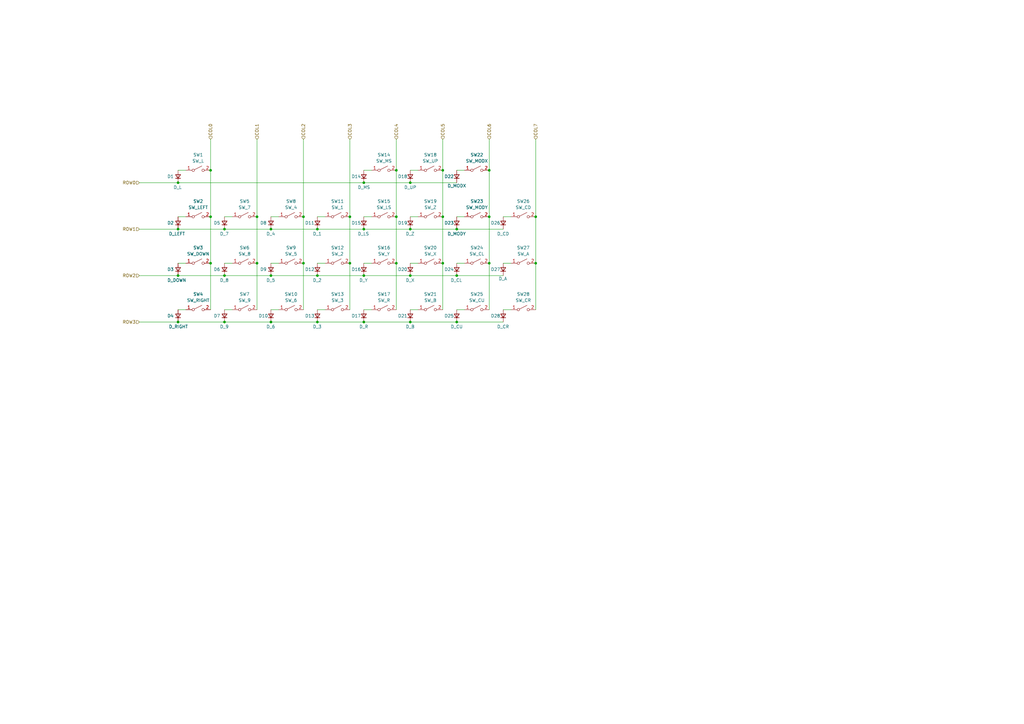
<source format=kicad_sch>
(kicad_sch (version 20211123) (generator eeschema)

  (uuid a41ebf26-b0e1-4536-a390-51f9789a24cd)

  (paper "A3")

  (lib_symbols
    (symbol "Device:D_Small" (pin_numbers hide) (pin_names (offset 0.254) hide) (in_bom yes) (on_board yes)
      (property "Reference" "D" (id 0) (at -1.27 2.032 0)
        (effects (font (size 1.27 1.27)) (justify left))
      )
      (property "Value" "D_Small" (id 1) (at -3.81 -2.032 0)
        (effects (font (size 1.27 1.27)) (justify left))
      )
      (property "Footprint" "" (id 2) (at 0 0 90)
        (effects (font (size 1.27 1.27)) hide)
      )
      (property "Datasheet" "~" (id 3) (at 0 0 90)
        (effects (font (size 1.27 1.27)) hide)
      )
      (property "ki_keywords" "diode" (id 4) (at 0 0 0)
        (effects (font (size 1.27 1.27)) hide)
      )
      (property "ki_description" "Diode, small symbol" (id 5) (at 0 0 0)
        (effects (font (size 1.27 1.27)) hide)
      )
      (property "ki_fp_filters" "TO-???* *_Diode_* *SingleDiode* D_*" (id 6) (at 0 0 0)
        (effects (font (size 1.27 1.27)) hide)
      )
      (symbol "D_Small_0_1"
        (polyline
          (pts
            (xy -0.762 -1.016)
            (xy -0.762 1.016)
          )
          (stroke (width 0.254) (type default) (color 0 0 0 0))
          (fill (type none))
        )
        (polyline
          (pts
            (xy -0.762 0)
            (xy 0.762 0)
          )
          (stroke (width 0) (type default) (color 0 0 0 0))
          (fill (type none))
        )
        (polyline
          (pts
            (xy 0.762 -1.016)
            (xy -0.762 0)
            (xy 0.762 1.016)
            (xy 0.762 -1.016)
          )
          (stroke (width 0.254) (type default) (color 0 0 0 0))
          (fill (type none))
        )
      )
      (symbol "D_Small_1_1"
        (pin passive line (at -2.54 0 0) (length 1.778)
          (name "K" (effects (font (size 1.27 1.27))))
          (number "1" (effects (font (size 1.27 1.27))))
        )
        (pin passive line (at 2.54 0 180) (length 1.778)
          (name "A" (effects (font (size 1.27 1.27))))
          (number "2" (effects (font (size 1.27 1.27))))
        )
      )
    )
    (symbol "Switch:SW_SPST" (pin_names (offset 0) hide) (in_bom yes) (on_board yes)
      (property "Reference" "SW" (id 0) (at 0 3.175 0)
        (effects (font (size 1.27 1.27)))
      )
      (property "Value" "SW_SPST" (id 1) (at 0 -2.54 0)
        (effects (font (size 1.27 1.27)))
      )
      (property "Footprint" "" (id 2) (at 0 0 0)
        (effects (font (size 1.27 1.27)) hide)
      )
      (property "Datasheet" "~" (id 3) (at 0 0 0)
        (effects (font (size 1.27 1.27)) hide)
      )
      (property "ki_keywords" "switch lever" (id 4) (at 0 0 0)
        (effects (font (size 1.27 1.27)) hide)
      )
      (property "ki_description" "Single Pole Single Throw (SPST) switch" (id 5) (at 0 0 0)
        (effects (font (size 1.27 1.27)) hide)
      )
      (symbol "SW_SPST_0_0"
        (circle (center -2.032 0) (radius 0.508)
          (stroke (width 0) (type default) (color 0 0 0 0))
          (fill (type none))
        )
        (polyline
          (pts
            (xy -1.524 0.254)
            (xy 1.524 1.778)
          )
          (stroke (width 0) (type default) (color 0 0 0 0))
          (fill (type none))
        )
        (circle (center 2.032 0) (radius 0.508)
          (stroke (width 0) (type default) (color 0 0 0 0))
          (fill (type none))
        )
      )
      (symbol "SW_SPST_1_1"
        (pin passive line (at -5.08 0 0) (length 2.54)
          (name "A" (effects (font (size 1.27 1.27))))
          (number "1" (effects (font (size 1.27 1.27))))
        )
        (pin passive line (at 5.08 0 180) (length 2.54)
          (name "B" (effects (font (size 1.27 1.27))))
          (number "2" (effects (font (size 1.27 1.27))))
        )
      )
    )
  )

  (junction (at 111.125 113.03) (diameter 0) (color 0 0 0 0)
    (uuid 068ce08a-6a50-486f-b042-a49dd57f78c9)
  )
  (junction (at 149.225 93.98) (diameter 0) (color 0 0 0 0)
    (uuid 0851d9c3-63bc-40ec-a1b9-3cd07cade201)
  )
  (junction (at 130.175 113.03) (diameter 0) (color 0 0 0 0)
    (uuid 1283ffce-d944-410b-8831-3136ff302e0a)
  )
  (junction (at 105.41 88.9) (diameter 0) (color 0 0 0 0)
    (uuid 1b0c91cf-dfd3-4ee6-8431-9d5528221c81)
  )
  (junction (at 168.275 74.93) (diameter 0) (color 0 0 0 0)
    (uuid 1ca5da14-3ad3-4db9-8eb3-dd0652b13980)
  )
  (junction (at 168.275 132.08) (diameter 0) (color 0 0 0 0)
    (uuid 1dc9c6d6-f56f-422e-ab35-846ddc3b09c1)
  )
  (junction (at 187.325 132.08) (diameter 0) (color 0 0 0 0)
    (uuid 1e47651c-ec8a-4466-adf3-ec600df767b3)
  )
  (junction (at 124.46 88.9) (diameter 0) (color 0 0 0 0)
    (uuid 23fb079b-966e-4282-a91c-9ac542ce6145)
  )
  (junction (at 111.125 132.08) (diameter 0) (color 0 0 0 0)
    (uuid 2f2f6a54-6573-4175-89ea-2316c9e05602)
  )
  (junction (at 73.025 113.03) (diameter 0) (color 0 0 0 0)
    (uuid 351d75bd-5460-410c-a7bd-a2c1716e9e43)
  )
  (junction (at 92.075 93.98) (diameter 0) (color 0 0 0 0)
    (uuid 3e23ed65-0348-45ee-8e05-99b2605340bc)
  )
  (junction (at 143.51 88.9) (diameter 0) (color 0 0 0 0)
    (uuid 432b96fb-f06f-4646-9ff4-10820df12e5c)
  )
  (junction (at 162.56 69.85) (diameter 0) (color 0 0 0 0)
    (uuid 47d59747-ba45-4de2-935f-6ebcd514cdf9)
  )
  (junction (at 92.075 132.08) (diameter 0) (color 0 0 0 0)
    (uuid 4ec3864d-8086-4895-ae15-3a70d027e5e0)
  )
  (junction (at 143.51 107.95) (diameter 0) (color 0 0 0 0)
    (uuid 51f7071b-608d-4d95-9ec0-285d4fee5b38)
  )
  (junction (at 73.025 74.93) (diameter 0) (color 0 0 0 0)
    (uuid 52bcdb5d-c179-4367-a03b-655db4f87b83)
  )
  (junction (at 86.36 69.85) (diameter 0) (color 0 0 0 0)
    (uuid 56310fb6-ade0-4ae6-94be-f5f1668ba6c4)
  )
  (junction (at 181.61 107.95) (diameter 0) (color 0 0 0 0)
    (uuid 56f275ff-f064-475f-b14d-86257ab918ef)
  )
  (junction (at 200.66 107.95) (diameter 0) (color 0 0 0 0)
    (uuid 5eefbe79-cc40-44d4-852e-8b904f573fb9)
  )
  (junction (at 219.71 88.9) (diameter 0) (color 0 0 0 0)
    (uuid 61f066d0-0f00-499f-a467-f3d3f4113b05)
  )
  (junction (at 200.66 69.85) (diameter 0) (color 0 0 0 0)
    (uuid 65508f4a-246e-432f-9803-43f1314c3973)
  )
  (junction (at 149.225 113.03) (diameter 0) (color 0 0 0 0)
    (uuid 6a86c7ca-e55d-420c-9ea8-20d4e4fd7482)
  )
  (junction (at 168.275 113.03) (diameter 0) (color 0 0 0 0)
    (uuid 7020e3af-6efd-45ca-8b6e-0b06aa6ce4c7)
  )
  (junction (at 73.025 132.08) (diameter 0) (color 0 0 0 0)
    (uuid 7dca1234-3f49-4d06-b039-e06c8d6992a5)
  )
  (junction (at 124.46 107.95) (diameter 0) (color 0 0 0 0)
    (uuid 81143b89-3de5-482a-baad-86f49b009d1f)
  )
  (junction (at 162.56 88.9) (diameter 0) (color 0 0 0 0)
    (uuid 888ffaa8-b9d6-4f84-93ef-eca1f4f74616)
  )
  (junction (at 219.71 107.95) (diameter 0) (color 0 0 0 0)
    (uuid 8a477364-ce20-4b32-a8ed-3e4765768bf6)
  )
  (junction (at 105.41 107.95) (diameter 0) (color 0 0 0 0)
    (uuid 91015649-19af-48ec-b412-9dfb1f223ccb)
  )
  (junction (at 86.36 88.9) (diameter 0) (color 0 0 0 0)
    (uuid 965aa923-c482-43c7-8b17-c70dc219088e)
  )
  (junction (at 86.36 107.95) (diameter 0) (color 0 0 0 0)
    (uuid 97a60f98-265f-4b49-abc6-72a7cea6a5db)
  )
  (junction (at 187.325 93.98) (diameter 0) (color 0 0 0 0)
    (uuid 9cc2e38d-227e-434f-8c25-0a47b4f79316)
  )
  (junction (at 200.66 88.9) (diameter 0) (color 0 0 0 0)
    (uuid 9dfea1b4-8ad8-42c7-a553-e0a6eeedf57a)
  )
  (junction (at 111.125 93.98) (diameter 0) (color 0 0 0 0)
    (uuid 9e9968c5-6472-4fb4-a1b7-c5937da969c6)
  )
  (junction (at 149.225 74.93) (diameter 0) (color 0 0 0 0)
    (uuid a93e0e6b-4dc1-4788-abe7-f2aab89774d3)
  )
  (junction (at 73.025 93.98) (diameter 0) (color 0 0 0 0)
    (uuid a9eaa3ad-c55b-4c4b-a21b-082ce4ceb20f)
  )
  (junction (at 130.175 93.98) (diameter 0) (color 0 0 0 0)
    (uuid aa84dd11-fabe-4503-915c-96cf20c587e6)
  )
  (junction (at 181.61 69.85) (diameter 0) (color 0 0 0 0)
    (uuid add4766a-e358-45bc-8bde-d8defe5272e6)
  )
  (junction (at 92.075 113.03) (diameter 0) (color 0 0 0 0)
    (uuid bf1142cc-2922-4f7f-ab31-ce287d89f900)
  )
  (junction (at 168.275 93.98) (diameter 0) (color 0 0 0 0)
    (uuid c5582575-1c2e-4665-92fc-81cc205fab4c)
  )
  (junction (at 181.61 88.9) (diameter 0) (color 0 0 0 0)
    (uuid ca999636-3e18-4b1d-8c78-2edb47d7512a)
  )
  (junction (at 187.325 113.03) (diameter 0) (color 0 0 0 0)
    (uuid cca05737-f868-4ec7-a325-c8edc5ecfe6a)
  )
  (junction (at 162.56 107.95) (diameter 0) (color 0 0 0 0)
    (uuid dbb8c12b-a274-4bfc-9938-607418df513a)
  )
  (junction (at 130.175 132.08) (diameter 0) (color 0 0 0 0)
    (uuid ddead784-9772-46bd-9c0f-43c06ef4abdc)
  )
  (junction (at 149.225 132.08) (diameter 0) (color 0 0 0 0)
    (uuid eb4fa33f-b742-452d-97b5-44e81a02dabd)
  )

  (wire (pts (xy 187.325 107.95) (xy 190.5 107.95))
    (stroke (width 0) (type default) (color 0 0 0 0))
    (uuid 03d5f671-8093-40f3-a869-3dcd9880b841)
  )
  (wire (pts (xy 130.175 132.08) (xy 149.225 132.08))
    (stroke (width 0) (type default) (color 0 0 0 0))
    (uuid 068204cb-1735-40a3-8a59-1ac2c067a0b3)
  )
  (wire (pts (xy 149.225 69.85) (xy 152.4 69.85))
    (stroke (width 0) (type default) (color 0 0 0 0))
    (uuid 0799d1d8-f410-45a0-b177-3539018122e7)
  )
  (wire (pts (xy 168.275 88.9) (xy 171.45 88.9))
    (stroke (width 0) (type default) (color 0 0 0 0))
    (uuid 10d32f75-fe84-49fc-ba0a-239b7de95979)
  )
  (wire (pts (xy 143.51 88.9) (xy 143.51 107.95))
    (stroke (width 0) (type default) (color 0 0 0 0))
    (uuid 125250b9-1f15-4033-9aa8-ee28895d6dae)
  )
  (wire (pts (xy 200.66 88.9) (xy 200.66 107.95))
    (stroke (width 0) (type default) (color 0 0 0 0))
    (uuid 13f7d61b-4134-4499-a287-2a3ff143d21d)
  )
  (wire (pts (xy 73.025 88.9) (xy 76.2 88.9))
    (stroke (width 0) (type default) (color 0 0 0 0))
    (uuid 14a27f01-250b-4262-bbd1-a673abb4a163)
  )
  (wire (pts (xy 162.56 69.85) (xy 162.56 88.9))
    (stroke (width 0) (type default) (color 0 0 0 0))
    (uuid 1fb2368a-5f35-4fb4-8218-23f372e45736)
  )
  (wire (pts (xy 149.225 93.98) (xy 168.275 93.98))
    (stroke (width 0) (type default) (color 0 0 0 0))
    (uuid 20da0d54-bedf-4e77-a6df-9440d25dd6fb)
  )
  (wire (pts (xy 73.025 107.95) (xy 76.2 107.95))
    (stroke (width 0) (type default) (color 0 0 0 0))
    (uuid 21e8f3a2-2d90-470b-8e7e-f9c5717d4804)
  )
  (wire (pts (xy 111.125 113.03) (xy 130.175 113.03))
    (stroke (width 0) (type default) (color 0 0 0 0))
    (uuid 22c1ecbd-72c5-4651-8916-958ee47d9dc9)
  )
  (wire (pts (xy 73.025 93.98) (xy 92.075 93.98))
    (stroke (width 0) (type default) (color 0 0 0 0))
    (uuid 23aee8e7-8719-4402-a5ba-e3c9d425370e)
  )
  (wire (pts (xy 149.225 132.08) (xy 168.275 132.08))
    (stroke (width 0) (type default) (color 0 0 0 0))
    (uuid 280cd5c0-cbe0-4f32-a814-ada1b22e3d2e)
  )
  (wire (pts (xy 111.125 93.98) (xy 130.175 93.98))
    (stroke (width 0) (type default) (color 0 0 0 0))
    (uuid 2e03ffc8-bd2e-4e87-acfd-c1843351f1c3)
  )
  (wire (pts (xy 73.025 69.85) (xy 76.2 69.85))
    (stroke (width 0) (type default) (color 0 0 0 0))
    (uuid 31153904-d01c-44f0-805d-2ab10295f3ce)
  )
  (wire (pts (xy 187.325 88.9) (xy 190.5 88.9))
    (stroke (width 0) (type default) (color 0 0 0 0))
    (uuid 320052ca-c230-48c9-9e72-ad3555e086d1)
  )
  (wire (pts (xy 168.275 69.85) (xy 171.45 69.85))
    (stroke (width 0) (type default) (color 0 0 0 0))
    (uuid 3422f912-d091-439e-8dbb-cd4df586fbc4)
  )
  (wire (pts (xy 162.56 107.95) (xy 162.56 127))
    (stroke (width 0) (type default) (color 0 0 0 0))
    (uuid 37e32c47-c740-40a7-b779-c13d962211cc)
  )
  (wire (pts (xy 130.175 93.98) (xy 149.225 93.98))
    (stroke (width 0) (type default) (color 0 0 0 0))
    (uuid 3b0ee8f1-f2cd-42aa-af57-4d3f7f282721)
  )
  (wire (pts (xy 92.075 93.98) (xy 111.125 93.98))
    (stroke (width 0) (type default) (color 0 0 0 0))
    (uuid 41d1a151-c922-4a7d-b09c-3a00770389b5)
  )
  (wire (pts (xy 57.15 74.93) (xy 73.025 74.93))
    (stroke (width 0) (type default) (color 0 0 0 0))
    (uuid 41f14c99-3fe0-4df3-95cf-dff2e16a041c)
  )
  (wire (pts (xy 149.225 113.03) (xy 168.275 113.03))
    (stroke (width 0) (type default) (color 0 0 0 0))
    (uuid 42c31e25-9bab-406d-ab0d-3cebfbb34d0a)
  )
  (wire (pts (xy 124.46 88.9) (xy 124.46 107.95))
    (stroke (width 0) (type default) (color 0 0 0 0))
    (uuid 44327a52-a5d2-4a85-bc3c-edb1af85425c)
  )
  (wire (pts (xy 187.325 93.98) (xy 206.375 93.98))
    (stroke (width 0) (type default) (color 0 0 0 0))
    (uuid 4521f3a3-5427-4b83-b33d-05edbd85672d)
  )
  (wire (pts (xy 130.175 127) (xy 133.35 127))
    (stroke (width 0) (type default) (color 0 0 0 0))
    (uuid 457a9bd4-4fd1-44d0-b593-3a8f57acabec)
  )
  (wire (pts (xy 73.025 127) (xy 76.2 127))
    (stroke (width 0) (type default) (color 0 0 0 0))
    (uuid 47eb6475-1f44-4c41-a0c0-c03e12d470de)
  )
  (wire (pts (xy 92.075 127) (xy 95.25 127))
    (stroke (width 0) (type default) (color 0 0 0 0))
    (uuid 4bd03442-2cbf-4a55-bc0b-f77ac51ae33c)
  )
  (wire (pts (xy 200.66 69.85) (xy 200.66 88.9))
    (stroke (width 0) (type default) (color 0 0 0 0))
    (uuid 5495f90b-8e49-4eb8-9122-23f1ed423c14)
  )
  (wire (pts (xy 168.275 113.03) (xy 187.325 113.03))
    (stroke (width 0) (type default) (color 0 0 0 0))
    (uuid 55527be1-6790-4cb0-bdb6-36ef1ed55849)
  )
  (wire (pts (xy 149.225 107.95) (xy 152.4 107.95))
    (stroke (width 0) (type default) (color 0 0 0 0))
    (uuid 558dfeee-0dbf-4cb8-b47c-66c845d5668c)
  )
  (wire (pts (xy 86.36 107.95) (xy 86.36 127))
    (stroke (width 0) (type default) (color 0 0 0 0))
    (uuid 57d149b7-408a-423b-bddd-926f71b5374c)
  )
  (wire (pts (xy 73.025 74.93) (xy 149.225 74.93))
    (stroke (width 0) (type default) (color 0 0 0 0))
    (uuid 5bc8f96d-7ad6-4c4e-ba1f-27ad932d3dd7)
  )
  (wire (pts (xy 168.275 74.93) (xy 187.325 74.93))
    (stroke (width 0) (type default) (color 0 0 0 0))
    (uuid 5e03414f-64e0-4086-87d2-5d6447d28708)
  )
  (wire (pts (xy 92.075 113.03) (xy 111.125 113.03))
    (stroke (width 0) (type default) (color 0 0 0 0))
    (uuid 6287ef08-dc5c-4506-abbc-11929002b90d)
  )
  (wire (pts (xy 105.41 88.9) (xy 105.41 107.95))
    (stroke (width 0) (type default) (color 0 0 0 0))
    (uuid 634cb484-6bee-4ed0-83e9-139753de92f8)
  )
  (wire (pts (xy 219.71 107.95) (xy 219.71 127))
    (stroke (width 0) (type default) (color 0 0 0 0))
    (uuid 650b65a4-f54b-4505-8e74-2292bb5ef791)
  )
  (wire (pts (xy 86.36 88.9) (xy 86.36 107.95))
    (stroke (width 0) (type default) (color 0 0 0 0))
    (uuid 66a867bf-6271-406f-b174-abd259a7f4fe)
  )
  (wire (pts (xy 86.36 57.15) (xy 86.36 69.85))
    (stroke (width 0) (type default) (color 0 0 0 0))
    (uuid 67dfd86b-9f30-497f-9c4b-e342dbb2852a)
  )
  (wire (pts (xy 92.075 107.95) (xy 95.25 107.95))
    (stroke (width 0) (type default) (color 0 0 0 0))
    (uuid 70e51b4e-0a2d-4909-a431-1434a6f2e8b1)
  )
  (wire (pts (xy 219.71 57.15) (xy 219.71 88.9))
    (stroke (width 0) (type default) (color 0 0 0 0))
    (uuid 7a7ec61b-38d2-49e5-8861-58edc60475de)
  )
  (wire (pts (xy 73.025 132.08) (xy 92.075 132.08))
    (stroke (width 0) (type default) (color 0 0 0 0))
    (uuid 8292c90a-04d8-4348-9aa8-413272ff2584)
  )
  (wire (pts (xy 181.61 69.85) (xy 181.61 88.9))
    (stroke (width 0) (type default) (color 0 0 0 0))
    (uuid 83a18d70-7df7-4229-a5a2-fc376b78248b)
  )
  (wire (pts (xy 149.225 88.9) (xy 152.4 88.9))
    (stroke (width 0) (type default) (color 0 0 0 0))
    (uuid 888b13bc-9edf-4a0d-a7c7-ec599056745e)
  )
  (wire (pts (xy 73.025 113.03) (xy 92.075 113.03))
    (stroke (width 0) (type default) (color 0 0 0 0))
    (uuid 89687060-356a-470f-9725-1bfaeb3135b2)
  )
  (wire (pts (xy 105.41 107.95) (xy 105.41 127))
    (stroke (width 0) (type default) (color 0 0 0 0))
    (uuid 8a8c7633-c8cd-4f97-a86b-a843b4f9ba95)
  )
  (wire (pts (xy 57.15 93.98) (xy 73.025 93.98))
    (stroke (width 0) (type default) (color 0 0 0 0))
    (uuid 8f5a6186-ad76-4d82-9ab0-b4d8f0301960)
  )
  (wire (pts (xy 130.175 107.95) (xy 133.35 107.95))
    (stroke (width 0) (type default) (color 0 0 0 0))
    (uuid 8f9bbefe-0cb6-461c-8861-a1560c1c811c)
  )
  (wire (pts (xy 57.15 113.03) (xy 73.025 113.03))
    (stroke (width 0) (type default) (color 0 0 0 0))
    (uuid 98974115-2edd-4275-ad8e-4b1c06d7ef3e)
  )
  (wire (pts (xy 57.15 132.08) (xy 73.025 132.08))
    (stroke (width 0) (type default) (color 0 0 0 0))
    (uuid 9a75402e-9ad7-42e9-b0a6-abcf8d8458b0)
  )
  (wire (pts (xy 187.325 113.03) (xy 206.375 113.03))
    (stroke (width 0) (type default) (color 0 0 0 0))
    (uuid 9e2d747d-fdfc-4f15-94d3-2bc66efe781c)
  )
  (wire (pts (xy 168.275 127) (xy 171.45 127))
    (stroke (width 0) (type default) (color 0 0 0 0))
    (uuid 9e9a9be1-af83-491d-876e-e2b50a918067)
  )
  (wire (pts (xy 168.275 132.08) (xy 187.325 132.08))
    (stroke (width 0) (type default) (color 0 0 0 0))
    (uuid a10d7b45-dc34-4a86-a777-49abc8af7125)
  )
  (wire (pts (xy 187.325 69.85) (xy 190.5 69.85))
    (stroke (width 0) (type default) (color 0 0 0 0))
    (uuid a14d0b51-077d-4937-adc6-c21a04d344be)
  )
  (wire (pts (xy 124.46 107.95) (xy 124.46 127))
    (stroke (width 0) (type default) (color 0 0 0 0))
    (uuid a2348d4e-a66c-401a-a8ec-57d221537e40)
  )
  (wire (pts (xy 219.71 88.9) (xy 219.71 107.95))
    (stroke (width 0) (type default) (color 0 0 0 0))
    (uuid a3038252-85ac-445a-aa0a-ce43180c8c18)
  )
  (wire (pts (xy 181.61 88.9) (xy 181.61 107.95))
    (stroke (width 0) (type default) (color 0 0 0 0))
    (uuid a9dd572b-89e5-47de-907f-d5c96393469f)
  )
  (wire (pts (xy 92.075 88.9) (xy 95.25 88.9))
    (stroke (width 0) (type default) (color 0 0 0 0))
    (uuid ac6acece-b6da-454b-98d3-4ccf8045bc03)
  )
  (wire (pts (xy 162.56 88.9) (xy 162.56 107.95))
    (stroke (width 0) (type default) (color 0 0 0 0))
    (uuid aca6306e-ed28-4b3b-8782-ffe0ae83b348)
  )
  (wire (pts (xy 206.375 88.9) (xy 209.55 88.9))
    (stroke (width 0) (type default) (color 0 0 0 0))
    (uuid ace8c507-5ba1-434b-91c1-7800c4eed9c6)
  )
  (wire (pts (xy 206.375 107.95) (xy 209.55 107.95))
    (stroke (width 0) (type default) (color 0 0 0 0))
    (uuid b87315ba-d855-498f-9b75-4280e7583a44)
  )
  (wire (pts (xy 130.175 88.9) (xy 133.35 88.9))
    (stroke (width 0) (type default) (color 0 0 0 0))
    (uuid c0de3d61-c6cf-43b7-a320-3944a0b6468e)
  )
  (wire (pts (xy 187.325 132.08) (xy 206.375 132.08))
    (stroke (width 0) (type default) (color 0 0 0 0))
    (uuid c6c2f06a-c974-46ca-bfb3-6e4c72a182b9)
  )
  (wire (pts (xy 130.175 113.03) (xy 149.225 113.03))
    (stroke (width 0) (type default) (color 0 0 0 0))
    (uuid c6da912e-f1a4-4922-b24c-2cc294916681)
  )
  (wire (pts (xy 111.125 107.95) (xy 114.3 107.95))
    (stroke (width 0) (type default) (color 0 0 0 0))
    (uuid c74b65fd-9054-42ea-8cd3-61d908548228)
  )
  (wire (pts (xy 168.275 107.95) (xy 171.45 107.95))
    (stroke (width 0) (type default) (color 0 0 0 0))
    (uuid d16c3081-325a-48a0-8158-2bbbe739b77b)
  )
  (wire (pts (xy 143.51 107.95) (xy 143.51 127))
    (stroke (width 0) (type default) (color 0 0 0 0))
    (uuid d46379f5-08a7-4848-af3f-8bc85e7fb9c7)
  )
  (wire (pts (xy 111.125 127) (xy 114.3 127))
    (stroke (width 0) (type default) (color 0 0 0 0))
    (uuid d79a6e52-8536-4bf8-9453-9b44310cacce)
  )
  (wire (pts (xy 105.41 57.15) (xy 105.41 88.9))
    (stroke (width 0) (type default) (color 0 0 0 0))
    (uuid d97f022a-50bc-4a9d-be80-bf6243dd6854)
  )
  (wire (pts (xy 200.66 107.95) (xy 200.66 127))
    (stroke (width 0) (type default) (color 0 0 0 0))
    (uuid d9a47a3d-4d9a-425c-bd8e-2db435a4294e)
  )
  (wire (pts (xy 149.225 127) (xy 152.4 127))
    (stroke (width 0) (type default) (color 0 0 0 0))
    (uuid e2ef69b9-8018-4847-9995-711c7731599e)
  )
  (wire (pts (xy 92.075 132.08) (xy 111.125 132.08))
    (stroke (width 0) (type default) (color 0 0 0 0))
    (uuid e68a417a-0c55-4ab7-b31a-3facf30e872d)
  )
  (wire (pts (xy 111.125 88.9) (xy 114.3 88.9))
    (stroke (width 0) (type default) (color 0 0 0 0))
    (uuid e99de90b-9829-4506-9269-5783c17c97f3)
  )
  (wire (pts (xy 181.61 107.95) (xy 181.61 127))
    (stroke (width 0) (type default) (color 0 0 0 0))
    (uuid e9a07c89-8c71-4ef8-8651-417a57ba97f8)
  )
  (wire (pts (xy 206.375 127) (xy 209.55 127))
    (stroke (width 0) (type default) (color 0 0 0 0))
    (uuid e9ba27de-4cc5-4338-a784-a459e5598796)
  )
  (wire (pts (xy 187.325 127) (xy 190.5 127))
    (stroke (width 0) (type default) (color 0 0 0 0))
    (uuid eb497d2e-1c75-431f-aa4a-cdd9685b69a1)
  )
  (wire (pts (xy 162.56 57.15) (xy 162.56 69.85))
    (stroke (width 0) (type default) (color 0 0 0 0))
    (uuid ec62ce0c-4d1f-49ff-8082-87d46f6e5b86)
  )
  (wire (pts (xy 111.125 132.08) (xy 130.175 132.08))
    (stroke (width 0) (type default) (color 0 0 0 0))
    (uuid ef521c17-1117-44dd-a05f-14cfdeb9d886)
  )
  (wire (pts (xy 143.51 57.15) (xy 143.51 88.9))
    (stroke (width 0) (type default) (color 0 0 0 0))
    (uuid f2b09937-6ddd-4a2a-a08f-320a92e36334)
  )
  (wire (pts (xy 181.61 57.15) (xy 181.61 69.85))
    (stroke (width 0) (type default) (color 0 0 0 0))
    (uuid f60349bf-f4cd-4d86-ac9b-43b2e20d252a)
  )
  (wire (pts (xy 124.46 57.15) (xy 124.46 88.9))
    (stroke (width 0) (type default) (color 0 0 0 0))
    (uuid f82ca4d5-a75e-46d9-b091-d9bbd7a01624)
  )
  (wire (pts (xy 200.66 57.15) (xy 200.66 69.85))
    (stroke (width 0) (type default) (color 0 0 0 0))
    (uuid f84a3cbb-aae9-4558-8a96-05399cedc5dc)
  )
  (wire (pts (xy 86.36 69.85) (xy 86.36 88.9))
    (stroke (width 0) (type default) (color 0 0 0 0))
    (uuid f8679bd3-a487-4e73-9789-ce1e453cf86b)
  )
  (wire (pts (xy 168.275 93.98) (xy 187.325 93.98))
    (stroke (width 0) (type default) (color 0 0 0 0))
    (uuid fa538a50-7def-43db-9830-e3fc8165b8b4)
  )
  (wire (pts (xy 149.225 74.93) (xy 168.275 74.93))
    (stroke (width 0) (type default) (color 0 0 0 0))
    (uuid fad149c9-0502-40d8-973f-7987ffe64a1e)
  )

  (hierarchical_label "ROW3" (shape input) (at 57.15 132.08 180)
    (effects (font (size 1.27 1.27)) (justify right))
    (uuid 0cf786c5-791b-4a29-a88f-1577d6cb4319)
  )
  (hierarchical_label "COL7" (shape input) (at 219.71 57.15 90)
    (effects (font (size 1.27 1.27)) (justify left))
    (uuid 342b9425-7dfa-4f78-81c6-2f11b2ea95b9)
  )
  (hierarchical_label "COL1" (shape input) (at 105.41 57.15 90)
    (effects (font (size 1.27 1.27)) (justify left))
    (uuid 43b0c5f9-d255-42d0-9ece-5dfe5ca8bc68)
  )
  (hierarchical_label "COL2" (shape input) (at 124.46 57.15 90)
    (effects (font (size 1.27 1.27)) (justify left))
    (uuid 5a0da5ff-a11f-4d23-b6a9-4f8ce3fe2d3b)
  )
  (hierarchical_label "ROW2" (shape input) (at 57.15 113.03 180)
    (effects (font (size 1.27 1.27)) (justify right))
    (uuid 70f46098-18a3-4643-a49e-f8fa689d8506)
  )
  (hierarchical_label "COL4" (shape input) (at 162.56 57.15 90)
    (effects (font (size 1.27 1.27)) (justify left))
    (uuid 93b1306f-40bf-4f5d-a924-b2f8caf4b70a)
  )
  (hierarchical_label "COL3" (shape input) (at 143.51 57.15 90)
    (effects (font (size 1.27 1.27)) (justify left))
    (uuid 95088d30-4eb3-4d54-a341-08c658410cd4)
  )
  (hierarchical_label "COL0" (shape input) (at 86.36 57.15 90)
    (effects (font (size 1.27 1.27)) (justify left))
    (uuid ac73dc6b-3f1d-4032-a915-c1bd18ea372a)
  )
  (hierarchical_label "COL5" (shape input) (at 181.61 57.15 90)
    (effects (font (size 1.27 1.27)) (justify left))
    (uuid d14fdeb9-f464-4315-b125-17c99bea5f6d)
  )
  (hierarchical_label "COL6" (shape input) (at 200.66 57.15 90)
    (effects (font (size 1.27 1.27)) (justify left))
    (uuid d24d8a54-97a4-4a85-8291-9f4be2fd8b01)
  )
  (hierarchical_label "ROW1" (shape input) (at 57.15 93.98 180)
    (effects (font (size 1.27 1.27)) (justify right))
    (uuid e0ecc03e-9d45-4581-a094-5b292ad0d400)
  )
  (hierarchical_label "ROW0" (shape input) (at 57.15 74.93 180)
    (effects (font (size 1.27 1.27)) (justify right))
    (uuid f6a35eec-3d5d-4e79-b4c1-37fc4a92400a)
  )

  (symbol (lib_id "Device:D_Small") (at 206.375 110.49 90) (unit 1)
    (in_bom yes) (on_board yes)
    (uuid 03fe66d9-51ae-4597-b099-acf173347f4b)
    (property "Reference" "D27" (id 0) (at 201.295 110.49 90)
      (effects (font (size 1.27 1.27)) (justify right))
    )
    (property "Value" "D_A" (id 1) (at 204.47 114.3 90)
      (effects (font (size 1.27 1.27)) (justify right))
    )
    (property "Footprint" "Diode_SMD:D_SOD-123" (id 2) (at 206.375 110.49 90)
      (effects (font (size 1.27 1.27)) hide)
    )
    (property "Datasheet" "~" (id 3) (at 206.375 110.49 90)
      (effects (font (size 1.27 1.27)) hide)
    )
    (pin "1" (uuid dfdb84d9-6817-4b81-a7c2-223bfd073a2c))
    (pin "2" (uuid 992fcbad-dd49-4258-a573-65efdf68190f))
  )

  (symbol (lib_id "Device:D_Small") (at 111.125 110.49 90) (unit 1)
    (in_bom yes) (on_board yes)
    (uuid 04e5ebc6-181e-4a48-8b42-b2e9d8dd0f41)
    (property "Reference" "D9" (id 0) (at 106.68 110.49 90)
      (effects (font (size 1.27 1.27)) (justify right))
    )
    (property "Value" "D_5" (id 1) (at 109.22 114.935 90)
      (effects (font (size 1.27 1.27)) (justify right))
    )
    (property "Footprint" "Diode_SMD:D_SOD-123" (id 2) (at 111.125 110.49 90)
      (effects (font (size 1.27 1.27)) hide)
    )
    (property "Datasheet" "~" (id 3) (at 111.125 110.49 90)
      (effects (font (size 1.27 1.27)) hide)
    )
    (pin "1" (uuid 670bcb92-4dd5-49c7-aaac-5c60cac2ffbe))
    (pin "2" (uuid 322a7b9e-fdc5-4ae6-916b-127d4a0c8714))
  )

  (symbol (lib_id "Device:D_Small") (at 149.225 110.49 90) (unit 1)
    (in_bom yes) (on_board yes)
    (uuid 058aa0ae-b8c0-468d-a832-68b96da68ef6)
    (property "Reference" "D16" (id 0) (at 144.145 110.49 90)
      (effects (font (size 1.27 1.27)) (justify right))
    )
    (property "Value" "D_Y" (id 1) (at 147.32 114.935 90)
      (effects (font (size 1.27 1.27)) (justify right))
    )
    (property "Footprint" "Diode_SMD:D_SOD-123" (id 2) (at 149.225 110.49 90)
      (effects (font (size 1.27 1.27)) hide)
    )
    (property "Datasheet" "~" (id 3) (at 149.225 110.49 90)
      (effects (font (size 1.27 1.27)) hide)
    )
    (pin "1" (uuid a97d7d18-f9d4-40d3-8b36-30b146a72d97))
    (pin "2" (uuid 9fccfc23-f7a0-4746-b593-091744d04a62))
  )

  (symbol (lib_id "Device:D_Small") (at 149.225 129.54 90) (unit 1)
    (in_bom yes) (on_board yes)
    (uuid 063df7a4-a8fc-4833-aac6-cde3e722b3b9)
    (property "Reference" "D17" (id 0) (at 144.145 129.54 90)
      (effects (font (size 1.27 1.27)) (justify right))
    )
    (property "Value" "D_R" (id 1) (at 147.32 133.985 90)
      (effects (font (size 1.27 1.27)) (justify right))
    )
    (property "Footprint" "Diode_SMD:D_SOD-123" (id 2) (at 149.225 129.54 90)
      (effects (font (size 1.27 1.27)) hide)
    )
    (property "Datasheet" "~" (id 3) (at 149.225 129.54 90)
      (effects (font (size 1.27 1.27)) hide)
    )
    (pin "1" (uuid f7d99b10-e4fa-4c89-9ce2-32c7cf8c97a5))
    (pin "2" (uuid f5dda8dc-9d6e-4a95-8164-b189085cd9d6))
  )

  (symbol (lib_id "Switch:SW_SPST") (at 81.28 69.85 0) (unit 1)
    (in_bom yes) (on_board yes)
    (uuid 068ca0eb-bdf0-4811-b2aa-432abf0ec51d)
    (property "Reference" "SW1" (id 0) (at 81.28 63.5 0))
    (property "Value" "SW_L" (id 1) (at 81.28 66.04 0))
    (property "Footprint" "Switch_Keyboard_Hotswap_Kailh:SW_Hotswap_Kailh_MX_plated_1.00u" (id 2) (at 81.28 69.85 0)
      (effects (font (size 1.27 1.27)) hide)
    )
    (property "Datasheet" "~" (id 3) (at 81.28 69.85 0)
      (effects (font (size 1.27 1.27)) hide)
    )
    (pin "1" (uuid a928493b-3e3d-4789-a0d8-0639361212ae))
    (pin "2" (uuid d75cb2a3-f04d-459e-8706-79964b8f8bfd))
  )

  (symbol (lib_id "Device:D_Small") (at 130.175 110.49 90) (unit 1)
    (in_bom yes) (on_board yes)
    (uuid 0becc5ae-96d7-46a7-b5bc-1b3ecd3bb9e0)
    (property "Reference" "D12" (id 0) (at 125.095 110.49 90)
      (effects (font (size 1.27 1.27)) (justify right))
    )
    (property "Value" "D_2" (id 1) (at 128.27 114.935 90)
      (effects (font (size 1.27 1.27)) (justify right))
    )
    (property "Footprint" "Diode_SMD:D_SOD-123" (id 2) (at 130.175 110.49 90)
      (effects (font (size 1.27 1.27)) hide)
    )
    (property "Datasheet" "~" (id 3) (at 130.175 110.49 90)
      (effects (font (size 1.27 1.27)) hide)
    )
    (pin "1" (uuid 6702f632-9666-490a-9cbe-685ef09bf86b))
    (pin "2" (uuid 317af1c5-cec0-416f-91c8-465991e6dff4))
  )

  (symbol (lib_id "Switch:SW_SPST") (at 214.63 88.9 0) (unit 1)
    (in_bom yes) (on_board yes) (fields_autoplaced)
    (uuid 1cd87608-3d2d-4def-90ef-c41293e0ca4b)
    (property "Reference" "SW26" (id 0) (at 214.63 82.55 0))
    (property "Value" "SW_CD" (id 1) (at 214.63 85.09 0))
    (property "Footprint" "Switch_Keyboard_Hotswap_Kailh:SW_Hotswap_Kailh_MX_plated_1.00u" (id 2) (at 214.63 88.9 0)
      (effects (font (size 1.27 1.27)) hide)
    )
    (property "Datasheet" "~" (id 3) (at 214.63 88.9 0)
      (effects (font (size 1.27 1.27)) hide)
    )
    (pin "1" (uuid d9617dfc-2c40-46e0-854f-749284af3c97))
    (pin "2" (uuid ca720c3d-d921-4528-be03-2ed2a705e452))
  )

  (symbol (lib_id "Device:D_Small") (at 73.025 72.39 90) (unit 1)
    (in_bom yes) (on_board yes)
    (uuid 1ea6020b-2487-4819-9c2e-21650f18be14)
    (property "Reference" "D1" (id 0) (at 68.58 72.39 90)
      (effects (font (size 1.27 1.27)) (justify right))
    )
    (property "Value" "D_L" (id 1) (at 71.12 76.835 90)
      (effects (font (size 1.27 1.27)) (justify right))
    )
    (property "Footprint" "Diode_SMD:D_SOD-123" (id 2) (at 73.025 72.39 90)
      (effects (font (size 1.27 1.27)) hide)
    )
    (property "Datasheet" "~" (id 3) (at 73.025 72.39 90)
      (effects (font (size 1.27 1.27)) hide)
    )
    (pin "1" (uuid 19493d9a-7a0e-48b0-8fd6-68beefee3537))
    (pin "2" (uuid f53701e7-64c1-4912-8ef5-92e12c89a5dc))
  )

  (symbol (lib_id "Switch:SW_SPST") (at 157.48 69.85 0) (unit 1)
    (in_bom yes) (on_board yes) (fields_autoplaced)
    (uuid 2357fd89-1ce5-4019-ad83-802bc6d89820)
    (property "Reference" "SW14" (id 0) (at 157.48 63.5 0))
    (property "Value" "SW_MS" (id 1) (at 157.48 66.04 0))
    (property "Footprint" "Switch_Keyboard_Hotswap_Kailh:SW_Hotswap_Kailh_MX_plated_1.00u" (id 2) (at 157.48 69.85 0)
      (effects (font (size 1.27 1.27)) hide)
    )
    (property "Datasheet" "~" (id 3) (at 157.48 69.85 0)
      (effects (font (size 1.27 1.27)) hide)
    )
    (pin "1" (uuid 7a132072-18d9-428e-b4fb-a977cd1c6cd4))
    (pin "2" (uuid 92ba12e4-9e8b-4236-a106-d7fa277190d6))
  )

  (symbol (lib_id "Switch:SW_SPST") (at 195.58 107.95 0) (unit 1)
    (in_bom yes) (on_board yes) (fields_autoplaced)
    (uuid 24763c3c-63ff-4066-9864-e20af03b717c)
    (property "Reference" "SW24" (id 0) (at 195.58 101.6 0))
    (property "Value" "SW_CL" (id 1) (at 195.58 104.14 0))
    (property "Footprint" "Switch_Keyboard_Hotswap_Kailh:SW_Hotswap_Kailh_MX_plated_1.00u" (id 2) (at 195.58 107.95 0)
      (effects (font (size 1.27 1.27)) hide)
    )
    (property "Datasheet" "~" (id 3) (at 195.58 107.95 0)
      (effects (font (size 1.27 1.27)) hide)
    )
    (pin "1" (uuid ef689e25-2e14-4c10-a453-0a0397ca8c0c))
    (pin "2" (uuid d7f1d3a8-6eac-4d35-8d48-02934ac67e56))
  )

  (symbol (lib_id "Device:D_Small") (at 168.275 72.39 90) (unit 1)
    (in_bom yes) (on_board yes)
    (uuid 2d031280-c691-46bd-b951-6270a9d00f8b)
    (property "Reference" "D18" (id 0) (at 163.195 72.39 90)
      (effects (font (size 1.27 1.27)) (justify right))
    )
    (property "Value" "D_UP" (id 1) (at 165.735 76.835 90)
      (effects (font (size 1.27 1.27)) (justify right))
    )
    (property "Footprint" "Diode_SMD:D_SOD-123" (id 2) (at 168.275 72.39 90)
      (effects (font (size 1.27 1.27)) hide)
    )
    (property "Datasheet" "~" (id 3) (at 168.275 72.39 90)
      (effects (font (size 1.27 1.27)) hide)
    )
    (pin "1" (uuid e97a6035-5d29-48e7-a224-f64d31d30325))
    (pin "2" (uuid a9bbde78-6e47-416c-8579-c075f5c0b0af))
  )

  (symbol (lib_id "Switch:SW_SPST") (at 81.28 88.9 0) (unit 1)
    (in_bom yes) (on_board yes) (fields_autoplaced)
    (uuid 49024294-6c67-4872-abcc-b9ffd15e0e52)
    (property "Reference" "SW2" (id 0) (at 81.28 82.55 0))
    (property "Value" "SW_LEFT" (id 1) (at 81.28 85.09 0))
    (property "Footprint" "Switch_Keyboard_Hotswap_Kailh:SW_Hotswap_Kailh_MX_plated_1.00u" (id 2) (at 81.28 88.9 0)
      (effects (font (size 1.27 1.27)) hide)
    )
    (property "Datasheet" "~" (id 3) (at 81.28 88.9 0)
      (effects (font (size 1.27 1.27)) hide)
    )
    (pin "1" (uuid fc3c7f19-b001-4dd4-a168-202ac826e48e))
    (pin "2" (uuid cca07a5b-5082-4a18-8152-e1cedc7be66f))
  )

  (symbol (lib_id "Switch:SW_SPST") (at 214.63 107.95 0) (unit 1)
    (in_bom yes) (on_board yes) (fields_autoplaced)
    (uuid 4c968cbb-4335-4edb-a1db-93ee144ea818)
    (property "Reference" "SW27" (id 0) (at 214.63 101.6 0))
    (property "Value" "SW_A" (id 1) (at 214.63 104.14 0))
    (property "Footprint" "Switch_Keyboard_Hotswap_Kailh:SW_Hotswap_Kailh_MX_plated_1.00u" (id 2) (at 214.63 107.95 0)
      (effects (font (size 1.27 1.27)) hide)
    )
    (property "Datasheet" "~" (id 3) (at 214.63 107.95 0)
      (effects (font (size 1.27 1.27)) hide)
    )
    (pin "1" (uuid a74ccd74-1653-4032-9edb-1ef9dfa65e8f))
    (pin "2" (uuid e76c9795-f5da-4494-998d-1f75b3d84943))
  )

  (symbol (lib_id "Switch:SW_SPST") (at 138.43 107.95 0) (unit 1)
    (in_bom yes) (on_board yes) (fields_autoplaced)
    (uuid 4cb5224b-2ac2-4f89-8c1f-b508cd389daa)
    (property "Reference" "SW12" (id 0) (at 138.43 101.6 0))
    (property "Value" "SW_2" (id 1) (at 138.43 104.14 0))
    (property "Footprint" "Switch_Keyboard_Hotswap_Kailh:SW_Hotswap_Kailh_MX_plated_1.00u" (id 2) (at 138.43 107.95 0)
      (effects (font (size 1.27 1.27)) hide)
    )
    (property "Datasheet" "~" (id 3) (at 138.43 107.95 0)
      (effects (font (size 1.27 1.27)) hide)
    )
    (pin "1" (uuid 2a3a265d-4b1c-4c49-a606-1452d1694ce4))
    (pin "2" (uuid eb86f123-756e-4dab-9b93-3d399cf28442))
  )

  (symbol (lib_id "Device:D_Small") (at 187.325 110.49 90) (unit 1)
    (in_bom yes) (on_board yes)
    (uuid 5037f3aa-bd62-464c-b455-91f46e61f6bc)
    (property "Reference" "D24" (id 0) (at 182.245 110.49 90)
      (effects (font (size 1.27 1.27)) (justify right))
    )
    (property "Value" "D_CL" (id 1) (at 184.785 114.935 90)
      (effects (font (size 1.27 1.27)) (justify right))
    )
    (property "Footprint" "Diode_SMD:D_SOD-123" (id 2) (at 187.325 110.49 90)
      (effects (font (size 1.27 1.27)) hide)
    )
    (property "Datasheet" "~" (id 3) (at 187.325 110.49 90)
      (effects (font (size 1.27 1.27)) hide)
    )
    (pin "1" (uuid e6de0e97-46c7-42d1-b715-23927e270395))
    (pin "2" (uuid ca56832a-7772-4e1f-a2bb-a2b3a29c872a))
  )

  (symbol (lib_id "Switch:SW_SPST") (at 195.58 69.85 0) (unit 1)
    (in_bom yes) (on_board yes) (fields_autoplaced)
    (uuid 50a20e20-0f07-4137-897b-cf65fe9ca66f)
    (property "Reference" "SW22" (id 0) (at 195.58 63.5 0))
    (property "Value" "SW_MODX" (id 1) (at 195.58 66.04 0))
    (property "Footprint" "Switch_Keyboard_Hotswap_Kailh:SW_Hotswap_Kailh_MX_plated_1.00u" (id 2) (at 195.58 69.85 0)
      (effects (font (size 1.27 1.27)) hide)
    )
    (property "Datasheet" "~" (id 3) (at 195.58 69.85 0)
      (effects (font (size 1.27 1.27)) hide)
    )
    (pin "1" (uuid 2a455679-4a73-43d3-aceb-f813e1590d56))
    (pin "2" (uuid c4d0647b-a1db-4796-8ccc-460cd9c835eb))
  )

  (symbol (lib_id "Switch:SW_SPST") (at 157.48 127 0) (unit 1)
    (in_bom yes) (on_board yes) (fields_autoplaced)
    (uuid 5337b3cd-5a7f-42ab-89b0-b73e7103ef9c)
    (property "Reference" "SW17" (id 0) (at 157.48 120.65 0))
    (property "Value" "SW_R" (id 1) (at 157.48 123.19 0))
    (property "Footprint" "Switch_Keyboard_Hotswap_Kailh:SW_Hotswap_Kailh_MX_plated_1.00u" (id 2) (at 157.48 127 0)
      (effects (font (size 1.27 1.27)) hide)
    )
    (property "Datasheet" "~" (id 3) (at 157.48 127 0)
      (effects (font (size 1.27 1.27)) hide)
    )
    (pin "1" (uuid eb25b03b-b4bf-4414-ab68-47fad0491c7b))
    (pin "2" (uuid 8615488c-27a1-443f-ad35-35b834649ac4))
  )

  (symbol (lib_id "Switch:SW_SPST") (at 119.38 88.9 0) (unit 1)
    (in_bom yes) (on_board yes) (fields_autoplaced)
    (uuid 5fba644a-79e2-498b-96e7-ed625496bd55)
    (property "Reference" "SW8" (id 0) (at 119.38 82.55 0))
    (property "Value" "SW_4" (id 1) (at 119.38 85.09 0))
    (property "Footprint" "Switch_Keyboard_Hotswap_Kailh:SW_Hotswap_Kailh_MX_plated_1.00u" (id 2) (at 119.38 88.9 0)
      (effects (font (size 1.27 1.27)) hide)
    )
    (property "Datasheet" "~" (id 3) (at 119.38 88.9 0)
      (effects (font (size 1.27 1.27)) hide)
    )
    (pin "1" (uuid 7400f040-6849-43c2-aa65-ab1d24515e03))
    (pin "2" (uuid 92bb404e-59c5-4592-be3c-518eae28664b))
  )

  (symbol (lib_id "Switch:SW_SPST") (at 157.48 88.9 0) (unit 1)
    (in_bom yes) (on_board yes) (fields_autoplaced)
    (uuid 6359b9ae-4351-43a9-8145-85f665150ade)
    (property "Reference" "SW15" (id 0) (at 157.48 82.55 0))
    (property "Value" "SW_LS" (id 1) (at 157.48 85.09 0))
    (property "Footprint" "Switch_Keyboard_Hotswap_Kailh:SW_Hotswap_Kailh_MX_plated_1.00u" (id 2) (at 157.48 88.9 0)
      (effects (font (size 1.27 1.27)) hide)
    )
    (property "Datasheet" "~" (id 3) (at 157.48 88.9 0)
      (effects (font (size 1.27 1.27)) hide)
    )
    (pin "1" (uuid 366f9775-7ade-4a3b-a7be-5ccf6fea4578))
    (pin "2" (uuid 3bd688ba-2d82-4819-b55e-4724f1410057))
  )

  (symbol (lib_id "Device:D_Small") (at 73.025 110.49 90) (unit 1)
    (in_bom yes) (on_board yes)
    (uuid 63c63318-5447-46d4-921f-dece635a6933)
    (property "Reference" "D3" (id 0) (at 68.58 110.49 90)
      (effects (font (size 1.27 1.27)) (justify right))
    )
    (property "Value" "D_DOWN" (id 1) (at 68.58 114.935 90)
      (effects (font (size 1.27 1.27)) (justify right))
    )
    (property "Footprint" "Diode_SMD:D_SOD-123" (id 2) (at 73.025 110.49 90)
      (effects (font (size 1.27 1.27)) hide)
    )
    (property "Datasheet" "~" (id 3) (at 73.025 110.49 90)
      (effects (font (size 1.27 1.27)) hide)
    )
    (pin "1" (uuid 7ba9caee-3a19-495d-acfb-b699fa1b8454))
    (pin "2" (uuid 6cfec771-7264-48bd-aae3-4106c464dc11))
  )

  (symbol (lib_id "Device:D_Small") (at 73.025 91.44 90) (unit 1)
    (in_bom yes) (on_board yes)
    (uuid 6a92d727-9a2c-47c8-a726-2d6e1b62f5f8)
    (property "Reference" "D2" (id 0) (at 68.58 91.44 90)
      (effects (font (size 1.27 1.27)) (justify right))
    )
    (property "Value" "D_LEFT" (id 1) (at 69.215 95.885 90)
      (effects (font (size 1.27 1.27)) (justify right))
    )
    (property "Footprint" "Diode_SMD:D_SOD-123" (id 2) (at 73.025 91.44 90)
      (effects (font (size 1.27 1.27)) hide)
    )
    (property "Datasheet" "~" (id 3) (at 73.025 91.44 90)
      (effects (font (size 1.27 1.27)) hide)
    )
    (pin "1" (uuid 7cda852b-cc1b-466a-bd97-56d953169b5b))
    (pin "2" (uuid 907d9e40-e23a-4b58-8a36-6f6a035f7035))
  )

  (symbol (lib_id "Switch:SW_SPST") (at 119.38 107.95 0) (unit 1)
    (in_bom yes) (on_board yes) (fields_autoplaced)
    (uuid 6f85f094-324d-4450-a063-b0331b5d73df)
    (property "Reference" "SW9" (id 0) (at 119.38 101.6 0))
    (property "Value" "SW_5" (id 1) (at 119.38 104.14 0))
    (property "Footprint" "Switch_Keyboard_Hotswap_Kailh:SW_Hotswap_Kailh_MX_plated_1.00u" (id 2) (at 119.38 107.95 0)
      (effects (font (size 1.27 1.27)) hide)
    )
    (property "Datasheet" "~" (id 3) (at 119.38 107.95 0)
      (effects (font (size 1.27 1.27)) hide)
    )
    (pin "1" (uuid a9fa4253-21f2-4581-a13f-d985b4ae6132))
    (pin "2" (uuid 073dc52e-7851-4a40-8225-675b6c610a62))
  )

  (symbol (lib_id "Device:D_Small") (at 168.275 129.54 90) (unit 1)
    (in_bom yes) (on_board yes)
    (uuid 7adaa1b9-b8d0-4c9b-bd11-58880802a2fc)
    (property "Reference" "D21" (id 0) (at 163.195 129.54 90)
      (effects (font (size 1.27 1.27)) (justify right))
    )
    (property "Value" "D_B" (id 1) (at 166.37 133.985 90)
      (effects (font (size 1.27 1.27)) (justify right))
    )
    (property "Footprint" "Diode_SMD:D_SOD-123" (id 2) (at 168.275 129.54 90)
      (effects (font (size 1.27 1.27)) hide)
    )
    (property "Datasheet" "~" (id 3) (at 168.275 129.54 90)
      (effects (font (size 1.27 1.27)) hide)
    )
    (pin "1" (uuid 0738f838-440c-486e-adf4-7d6ca4c94221))
    (pin "2" (uuid c58c92be-7e2c-488f-a7eb-f5c71be55702))
  )

  (symbol (lib_id "Switch:SW_SPST") (at 176.53 69.85 0) (unit 1)
    (in_bom yes) (on_board yes) (fields_autoplaced)
    (uuid 7b1cbd2c-6741-46f4-bdb3-d792ff7b9124)
    (property "Reference" "SW18" (id 0) (at 176.53 63.5 0))
    (property "Value" "SW_UP" (id 1) (at 176.53 66.04 0))
    (property "Footprint" "Switch_Keyboard_Hotswap_Kailh:SW_Hotswap_Kailh_MX_plated_1.00u" (id 2) (at 176.53 69.85 0)
      (effects (font (size 1.27 1.27)) hide)
    )
    (property "Datasheet" "~" (id 3) (at 176.53 69.85 0)
      (effects (font (size 1.27 1.27)) hide)
    )
    (pin "1" (uuid 0d386d44-89c7-43c1-af0d-102469fd3c87))
    (pin "2" (uuid a754a96d-16ac-4f51-a0b7-ab3f599088d6))
  )

  (symbol (lib_id "Device:D_Small") (at 187.325 129.54 90) (unit 1)
    (in_bom yes) (on_board yes)
    (uuid 7d1556bb-3d9d-42be-a6b8-12d759068839)
    (property "Reference" "D25" (id 0) (at 182.245 129.54 90)
      (effects (font (size 1.27 1.27)) (justify right))
    )
    (property "Value" "D_CU" (id 1) (at 184.785 133.985 90)
      (effects (font (size 1.27 1.27)) (justify right))
    )
    (property "Footprint" "Diode_SMD:D_SOD-123" (id 2) (at 187.325 129.54 90)
      (effects (font (size 1.27 1.27)) hide)
    )
    (property "Datasheet" "~" (id 3) (at 187.325 129.54 90)
      (effects (font (size 1.27 1.27)) hide)
    )
    (pin "1" (uuid ed04b223-836f-4d86-860f-6bb298d5a12e))
    (pin "2" (uuid 85e1913d-f952-4d93-8fda-9cdb78389182))
  )

  (symbol (lib_id "Device:D_Small") (at 92.075 129.54 90) (unit 1)
    (in_bom yes) (on_board yes)
    (uuid 7ff4e713-c0c2-4d64-a09c-fc4fb3c68e86)
    (property "Reference" "D7" (id 0) (at 87.63 129.54 90)
      (effects (font (size 1.27 1.27)) (justify right))
    )
    (property "Value" "D_9" (id 1) (at 90.17 133.985 90)
      (effects (font (size 1.27 1.27)) (justify right))
    )
    (property "Footprint" "Diode_SMD:D_SOD-123" (id 2) (at 92.075 129.54 90)
      (effects (font (size 1.27 1.27)) hide)
    )
    (property "Datasheet" "~" (id 3) (at 92.075 129.54 90)
      (effects (font (size 1.27 1.27)) hide)
    )
    (pin "1" (uuid b86e1d71-4a37-49af-8242-3e7a7cf19bb5))
    (pin "2" (uuid c682e22f-70a3-43dd-aba3-ccfbdbce1361))
  )

  (symbol (lib_id "Device:D_Small") (at 92.075 110.49 90) (unit 1)
    (in_bom yes) (on_board yes)
    (uuid 8236a839-640f-4d6a-b753-32ebd9ffc3de)
    (property "Reference" "D6" (id 0) (at 87.63 110.49 90)
      (effects (font (size 1.27 1.27)) (justify right))
    )
    (property "Value" "D_8" (id 1) (at 90.17 114.935 90)
      (effects (font (size 1.27 1.27)) (justify right))
    )
    (property "Footprint" "Diode_SMD:D_SOD-123" (id 2) (at 92.075 110.49 90)
      (effects (font (size 1.27 1.27)) hide)
    )
    (property "Datasheet" "~" (id 3) (at 92.075 110.49 90)
      (effects (font (size 1.27 1.27)) hide)
    )
    (pin "1" (uuid d4756420-bb55-4cdf-bfa0-f9db367bb188))
    (pin "2" (uuid 084287a1-4818-4490-915d-ebf44a64c850))
  )

  (symbol (lib_id "Switch:SW_SPST") (at 195.58 127 0) (unit 1)
    (in_bom yes) (on_board yes) (fields_autoplaced)
    (uuid 8e978cea-612e-4545-ba00-cd7fa4e88b3b)
    (property "Reference" "SW25" (id 0) (at 195.58 120.65 0))
    (property "Value" "SW_CU" (id 1) (at 195.58 123.19 0))
    (property "Footprint" "Switch_Keyboard_Hotswap_Kailh:SW_Hotswap_Kailh_MX_plated_1.00u" (id 2) (at 195.58 127 0)
      (effects (font (size 1.27 1.27)) hide)
    )
    (property "Datasheet" "~" (id 3) (at 195.58 127 0)
      (effects (font (size 1.27 1.27)) hide)
    )
    (pin "1" (uuid 95588ea0-aca5-4224-b249-4a11dafcc355))
    (pin "2" (uuid 1384329b-2646-49b3-bf8b-7eb9429ee4b8))
  )

  (symbol (lib_id "Switch:SW_SPST") (at 81.28 127 0) (unit 1)
    (in_bom yes) (on_board yes) (fields_autoplaced)
    (uuid 9871e9ab-1645-46f7-8550-ef7ff81e590b)
    (property "Reference" "SW4" (id 0) (at 81.28 120.65 0))
    (property "Value" "SW_RIGHT" (id 1) (at 81.28 123.19 0))
    (property "Footprint" "Switch_Keyboard_Hotswap_Kailh:SW_Hotswap_Kailh_MX_plated_1.00u" (id 2) (at 81.28 127 0)
      (effects (font (size 1.27 1.27)) hide)
    )
    (property "Datasheet" "~" (id 3) (at 81.28 127 0)
      (effects (font (size 1.27 1.27)) hide)
    )
    (pin "1" (uuid 073ab732-f748-4b86-90bc-b554bd8d0787))
    (pin "2" (uuid ea791d54-3e9c-43f5-9d70-febf0320272a))
  )

  (symbol (lib_id "Device:D_Small") (at 187.325 72.39 90) (unit 1)
    (in_bom yes) (on_board yes)
    (uuid 9d02ac09-e8f4-4f4c-8c19-5cc46acc2db0)
    (property "Reference" "D22" (id 0) (at 182.245 72.39 90)
      (effects (font (size 1.27 1.27)) (justify right))
    )
    (property "Value" "D_MODX" (id 1) (at 183.515 76.2 90)
      (effects (font (size 1.27 1.27)) (justify right))
    )
    (property "Footprint" "Diode_SMD:D_SOD-123" (id 2) (at 187.325 72.39 90)
      (effects (font (size 1.27 1.27)) hide)
    )
    (property "Datasheet" "~" (id 3) (at 187.325 72.39 90)
      (effects (font (size 1.27 1.27)) hide)
    )
    (pin "1" (uuid 1178be08-e4c7-4d1c-804e-4ecdb98e18a0))
    (pin "2" (uuid 8693e5e8-8f64-4fa8-ad25-ab301f74fa34))
  )

  (symbol (lib_id "Switch:SW_SPST") (at 100.33 127 0) (unit 1)
    (in_bom yes) (on_board yes) (fields_autoplaced)
    (uuid 9d134369-e7ed-4df0-8541-4773d7d8af95)
    (property "Reference" "SW7" (id 0) (at 100.33 120.65 0))
    (property "Value" "SW_9" (id 1) (at 100.33 123.19 0))
    (property "Footprint" "Switch_Keyboard_Hotswap_Kailh:SW_Hotswap_Kailh_MX_plated_1.00u" (id 2) (at 100.33 127 0)
      (effects (font (size 1.27 1.27)) hide)
    )
    (property "Datasheet" "~" (id 3) (at 100.33 127 0)
      (effects (font (size 1.27 1.27)) hide)
    )
    (pin "1" (uuid 91ae4933-51df-4dce-a733-b47067625ff2))
    (pin "2" (uuid b92c1b0f-929a-48d6-9125-de36026bcf28))
  )

  (symbol (lib_id "Device:D_Small") (at 206.375 91.44 90) (unit 1)
    (in_bom yes) (on_board yes)
    (uuid 9f498a78-ebab-40a3-a0ab-f302a94a1d7b)
    (property "Reference" "D26" (id 0) (at 201.295 91.44 90)
      (effects (font (size 1.27 1.27)) (justify right))
    )
    (property "Value" "D_CD" (id 1) (at 203.835 95.885 90)
      (effects (font (size 1.27 1.27)) (justify right))
    )
    (property "Footprint" "Diode_SMD:D_SOD-123" (id 2) (at 206.375 91.44 90)
      (effects (font (size 1.27 1.27)) hide)
    )
    (property "Datasheet" "~" (id 3) (at 206.375 91.44 90)
      (effects (font (size 1.27 1.27)) hide)
    )
    (pin "1" (uuid c9792fec-eb03-45a0-9cea-e27c79d4a6df))
    (pin "2" (uuid fc5baa70-9526-4259-87b6-2d30c9974ae3))
  )

  (symbol (lib_id "Device:D_Small") (at 187.325 91.44 90) (unit 1)
    (in_bom yes) (on_board yes)
    (uuid 9f92be8b-40bf-4fd5-83d7-f576e7ce08fc)
    (property "Reference" "D23" (id 0) (at 182.245 91.44 90)
      (effects (font (size 1.27 1.27)) (justify right))
    )
    (property "Value" "D_MODY" (id 1) (at 183.515 95.885 90)
      (effects (font (size 1.27 1.27)) (justify right))
    )
    (property "Footprint" "Diode_SMD:D_SOD-123" (id 2) (at 187.325 91.44 90)
      (effects (font (size 1.27 1.27)) hide)
    )
    (property "Datasheet" "~" (id 3) (at 187.325 91.44 90)
      (effects (font (size 1.27 1.27)) hide)
    )
    (pin "1" (uuid 32bbb91c-ba66-467f-bab6-dcd37586c98a))
    (pin "2" (uuid 34458201-0ecc-4e05-856e-b383b668478b))
  )

  (symbol (lib_id "Device:D_Small") (at 168.275 91.44 90) (unit 1)
    (in_bom yes) (on_board yes)
    (uuid a3b814df-82ff-4024-9442-d39216a040d2)
    (property "Reference" "D19" (id 0) (at 163.195 91.44 90)
      (effects (font (size 1.27 1.27)) (justify right))
    )
    (property "Value" "D_Z" (id 1) (at 166.37 95.885 90)
      (effects (font (size 1.27 1.27)) (justify right))
    )
    (property "Footprint" "Diode_SMD:D_SOD-123" (id 2) (at 168.275 91.44 90)
      (effects (font (size 1.27 1.27)) hide)
    )
    (property "Datasheet" "~" (id 3) (at 168.275 91.44 90)
      (effects (font (size 1.27 1.27)) hide)
    )
    (pin "1" (uuid 1259567c-cf24-4585-9cd0-1a13e61667e9))
    (pin "2" (uuid 7ebc08da-e17c-45ad-832c-170d5272c8ff))
  )

  (symbol (lib_id "Switch:SW_SPST") (at 138.43 127 0) (unit 1)
    (in_bom yes) (on_board yes) (fields_autoplaced)
    (uuid a52642b3-1485-4716-908b-6bdb6e630137)
    (property "Reference" "SW13" (id 0) (at 138.43 120.65 0))
    (property "Value" "SW_3" (id 1) (at 138.43 123.19 0))
    (property "Footprint" "Switch_Keyboard_Hotswap_Kailh:SW_Hotswap_Kailh_MX_plated_1.00u" (id 2) (at 138.43 127 0)
      (effects (font (size 1.27 1.27)) hide)
    )
    (property "Datasheet" "~" (id 3) (at 138.43 127 0)
      (effects (font (size 1.27 1.27)) hide)
    )
    (pin "1" (uuid 146cc7a3-a0fd-4e80-8602-16ae56e92be2))
    (pin "2" (uuid 7424f655-9db1-4e90-8e43-47f49bb89b6e))
  )

  (symbol (lib_id "Switch:SW_SPST") (at 176.53 88.9 0) (unit 1)
    (in_bom yes) (on_board yes) (fields_autoplaced)
    (uuid aa6533c4-7a7d-42b6-9e11-57ca0ef990bc)
    (property "Reference" "SW19" (id 0) (at 176.53 82.55 0))
    (property "Value" "SW_Z" (id 1) (at 176.53 85.09 0))
    (property "Footprint" "Switch_Keyboard_Hotswap_Kailh:SW_Hotswap_Kailh_MX_plated_1.00u" (id 2) (at 176.53 88.9 0)
      (effects (font (size 1.27 1.27)) hide)
    )
    (property "Datasheet" "~" (id 3) (at 176.53 88.9 0)
      (effects (font (size 1.27 1.27)) hide)
    )
    (pin "1" (uuid b617f0eb-a65a-4421-9dcb-f99df2c033f5))
    (pin "2" (uuid 52b20f71-d3dd-445c-9e63-3e2b1a43701e))
  )

  (symbol (lib_id "Switch:SW_SPST") (at 214.63 127 0) (unit 1)
    (in_bom yes) (on_board yes) (fields_autoplaced)
    (uuid b0597029-6b95-4d3f-a5d4-7b1a8a680218)
    (property "Reference" "SW28" (id 0) (at 214.63 120.65 0))
    (property "Value" "SW_CR" (id 1) (at 214.63 123.19 0))
    (property "Footprint" "Switch_Keyboard_Hotswap_Kailh:SW_Hotswap_Kailh_MX_plated_1.00u" (id 2) (at 214.63 127 0)
      (effects (font (size 1.27 1.27)) hide)
    )
    (property "Datasheet" "~" (id 3) (at 214.63 127 0)
      (effects (font (size 1.27 1.27)) hide)
    )
    (pin "1" (uuid 64e3c16d-9aa8-46ce-9e1c-eff03fe01485))
    (pin "2" (uuid 77f94703-0287-40dd-9f01-d1ad59806c06))
  )

  (symbol (lib_id "Device:D_Small") (at 168.275 110.49 90) (unit 1)
    (in_bom yes) (on_board yes)
    (uuid b7227692-6e65-4fc1-ad78-ecc8f75e3e5a)
    (property "Reference" "D20" (id 0) (at 163.195 110.49 90)
      (effects (font (size 1.27 1.27)) (justify right))
    )
    (property "Value" "D_X" (id 1) (at 166.37 114.935 90)
      (effects (font (size 1.27 1.27)) (justify right))
    )
    (property "Footprint" "Diode_SMD:D_SOD-123" (id 2) (at 168.275 110.49 90)
      (effects (font (size 1.27 1.27)) hide)
    )
    (property "Datasheet" "~" (id 3) (at 168.275 110.49 90)
      (effects (font (size 1.27 1.27)) hide)
    )
    (pin "1" (uuid a366d93d-c928-49c5-8e6b-dfb1cbc0c5a1))
    (pin "2" (uuid 698555e6-6116-4a95-a529-fd64001f674e))
  )

  (symbol (lib_id "Switch:SW_SPST") (at 100.33 88.9 0) (unit 1)
    (in_bom yes) (on_board yes) (fields_autoplaced)
    (uuid b98f6063-9d9d-4501-9422-126ba94e5e89)
    (property "Reference" "SW5" (id 0) (at 100.33 82.55 0))
    (property "Value" "SW_7" (id 1) (at 100.33 85.09 0))
    (property "Footprint" "Switch_Keyboard_Hotswap_Kailh:SW_Hotswap_Kailh_MX_plated_1.00u" (id 2) (at 100.33 88.9 0)
      (effects (font (size 1.27 1.27)) hide)
    )
    (property "Datasheet" "~" (id 3) (at 100.33 88.9 0)
      (effects (font (size 1.27 1.27)) hide)
    )
    (pin "1" (uuid 140537d8-add5-4abf-9e18-99b23f5a8014))
    (pin "2" (uuid f761aaec-32f9-489d-b5f6-c9191eb33890))
  )

  (symbol (lib_id "Device:D_Small") (at 111.125 129.54 90) (unit 1)
    (in_bom yes) (on_board yes)
    (uuid bc095abe-8e3e-47c7-93dd-8e6f23f847ae)
    (property "Reference" "D10" (id 0) (at 106.045 129.54 90)
      (effects (font (size 1.27 1.27)) (justify right))
    )
    (property "Value" "D_6" (id 1) (at 109.22 133.985 90)
      (effects (font (size 1.27 1.27)) (justify right))
    )
    (property "Footprint" "Diode_SMD:D_SOD-123" (id 2) (at 111.125 129.54 90)
      (effects (font (size 1.27 1.27)) hide)
    )
    (property "Datasheet" "~" (id 3) (at 111.125 129.54 90)
      (effects (font (size 1.27 1.27)) hide)
    )
    (pin "1" (uuid b9f1f035-535d-4940-bf26-eefc992d433a))
    (pin "2" (uuid 442236ae-6199-403b-8c77-11b9a1d325b4))
  )

  (symbol (lib_id "Device:D_Small") (at 149.225 91.44 90) (unit 1)
    (in_bom yes) (on_board yes)
    (uuid bc780221-ea99-4123-b10d-23e82aa733f2)
    (property "Reference" "D15" (id 0) (at 144.145 91.44 90)
      (effects (font (size 1.27 1.27)) (justify right))
    )
    (property "Value" "D_LS" (id 1) (at 146.685 95.885 90)
      (effects (font (size 1.27 1.27)) (justify right))
    )
    (property "Footprint" "Diode_SMD:D_SOD-123" (id 2) (at 149.225 91.44 90)
      (effects (font (size 1.27 1.27)) hide)
    )
    (property "Datasheet" "~" (id 3) (at 149.225 91.44 90)
      (effects (font (size 1.27 1.27)) hide)
    )
    (pin "1" (uuid 7890b18f-5577-4021-9108-ec149eabe70c))
    (pin "2" (uuid d5d2f716-688a-4780-a8bf-8cabba0d3718))
  )

  (symbol (lib_id "Switch:SW_SPST") (at 176.53 107.95 0) (unit 1)
    (in_bom yes) (on_board yes) (fields_autoplaced)
    (uuid bcce23ac-c0e1-4f14-a5ff-5e57d9fa2b9a)
    (property "Reference" "SW20" (id 0) (at 176.53 101.6 0))
    (property "Value" "SW_X" (id 1) (at 176.53 104.14 0))
    (property "Footprint" "Switch_Keyboard_Hotswap_Kailh:SW_Hotswap_Kailh_MX_plated_1.00u" (id 2) (at 176.53 107.95 0)
      (effects (font (size 1.27 1.27)) hide)
    )
    (property "Datasheet" "~" (id 3) (at 176.53 107.95 0)
      (effects (font (size 1.27 1.27)) hide)
    )
    (pin "1" (uuid 5b0ffc07-e496-4fbf-97bc-c4f9fe750250))
    (pin "2" (uuid c77ad573-8047-4ac7-8e6d-025d577f1e75))
  )

  (symbol (lib_id "Switch:SW_SPST") (at 81.28 107.95 0) (unit 1)
    (in_bom yes) (on_board yes) (fields_autoplaced)
    (uuid bfbc5e99-5873-421c-8df0-ed5902c12f99)
    (property "Reference" "SW3" (id 0) (at 81.28 101.6 0))
    (property "Value" "SW_DOWN" (id 1) (at 81.28 104.14 0))
    (property "Footprint" "Switch_Keyboard_Hotswap_Kailh:SW_Hotswap_Kailh_MX_plated_1.00u" (id 2) (at 81.28 107.95 0)
      (effects (font (size 1.27 1.27)) hide)
    )
    (property "Datasheet" "~" (id 3) (at 81.28 107.95 0)
      (effects (font (size 1.27 1.27)) hide)
    )
    (pin "1" (uuid da36840a-757b-4baf-95bb-c86d3b2c6de0))
    (pin "2" (uuid 2c9e0a14-2086-45fd-a345-b3d16a0a300f))
  )

  (symbol (lib_id "Device:D_Small") (at 130.175 129.54 90) (unit 1)
    (in_bom yes) (on_board yes)
    (uuid cc604db4-7a5d-4718-b325-008f98b44ae3)
    (property "Reference" "D13" (id 0) (at 125.095 129.54 90)
      (effects (font (size 1.27 1.27)) (justify right))
    )
    (property "Value" "D_3" (id 1) (at 128.27 133.985 90)
      (effects (font (size 1.27 1.27)) (justify right))
    )
    (property "Footprint" "Diode_SMD:D_SOD-123" (id 2) (at 130.175 129.54 90)
      (effects (font (size 1.27 1.27)) hide)
    )
    (property "Datasheet" "~" (id 3) (at 130.175 129.54 90)
      (effects (font (size 1.27 1.27)) hide)
    )
    (pin "1" (uuid 18b2a61f-9b4b-473d-aa77-482ed7da78f3))
    (pin "2" (uuid ef6723a2-d19d-479e-b974-3fca57f38c6e))
  )

  (symbol (lib_id "Switch:SW_SPST") (at 100.33 107.95 0) (unit 1)
    (in_bom yes) (on_board yes) (fields_autoplaced)
    (uuid ccf152ad-9ce2-46df-9964-aace21ba65fa)
    (property "Reference" "SW6" (id 0) (at 100.33 101.6 0))
    (property "Value" "SW_8" (id 1) (at 100.33 104.14 0))
    (property "Footprint" "Switch_Keyboard_Hotswap_Kailh:SW_Hotswap_Kailh_MX_plated_1.00u" (id 2) (at 100.33 107.95 0)
      (effects (font (size 1.27 1.27)) hide)
    )
    (property "Datasheet" "~" (id 3) (at 100.33 107.95 0)
      (effects (font (size 1.27 1.27)) hide)
    )
    (pin "1" (uuid 485bd1aa-c78e-47c5-8466-726a9995b72e))
    (pin "2" (uuid 7884fcfa-00b3-49f8-ba4b-a0da0c543760))
  )

  (symbol (lib_id "Device:D_Small") (at 149.225 72.39 90) (unit 1)
    (in_bom yes) (on_board yes)
    (uuid d92e91f6-adc3-486e-8a4c-1ae058c0663e)
    (property "Reference" "D14" (id 0) (at 144.145 72.39 90)
      (effects (font (size 1.27 1.27)) (justify right))
    )
    (property "Value" "D_MS" (id 1) (at 146.685 76.835 90)
      (effects (font (size 1.27 1.27)) (justify right))
    )
    (property "Footprint" "Diode_SMD:D_SOD-123" (id 2) (at 149.225 72.39 90)
      (effects (font (size 1.27 1.27)) hide)
    )
    (property "Datasheet" "~" (id 3) (at 149.225 72.39 90)
      (effects (font (size 1.27 1.27)) hide)
    )
    (pin "1" (uuid 0ec1bf13-2ef8-48c6-bc0a-479031a69984))
    (pin "2" (uuid c08876a7-8b6f-45a0-a84a-2245e7a60bcc))
  )

  (symbol (lib_id "Device:D_Small") (at 73.025 129.54 90) (unit 1)
    (in_bom yes) (on_board yes)
    (uuid d9bad1ef-99d2-4fda-adbd-97fec9385fa0)
    (property "Reference" "D4" (id 0) (at 68.58 129.54 90)
      (effects (font (size 1.27 1.27)) (justify right))
    )
    (property "Value" "D_RIGHT" (id 1) (at 69.215 133.985 90)
      (effects (font (size 1.27 1.27)) (justify right))
    )
    (property "Footprint" "Diode_SMD:D_SOD-123" (id 2) (at 73.025 129.54 90)
      (effects (font (size 1.27 1.27)) hide)
    )
    (property "Datasheet" "~" (id 3) (at 73.025 129.54 90)
      (effects (font (size 1.27 1.27)) hide)
    )
    (pin "1" (uuid 3332b8af-e302-4970-a33a-3771be35e126))
    (pin "2" (uuid 549359dc-6d6d-487c-80af-8ba1b61df334))
  )

  (symbol (lib_id "Device:D_Small") (at 206.375 129.54 90) (unit 1)
    (in_bom yes) (on_board yes)
    (uuid db5b429a-25d7-428c-a530-09ea47a02245)
    (property "Reference" "D28" (id 0) (at 201.295 129.54 90)
      (effects (font (size 1.27 1.27)) (justify right))
    )
    (property "Value" "D_CR" (id 1) (at 203.835 133.985 90)
      (effects (font (size 1.27 1.27)) (justify right))
    )
    (property "Footprint" "Diode_SMD:D_SOD-123" (id 2) (at 206.375 129.54 90)
      (effects (font (size 1.27 1.27)) hide)
    )
    (property "Datasheet" "~" (id 3) (at 206.375 129.54 90)
      (effects (font (size 1.27 1.27)) hide)
    )
    (pin "1" (uuid 843a83a8-4f61-45c3-9beb-a4686b571ffe))
    (pin "2" (uuid 41335b73-e20a-4abd-a008-93aee127d9c6))
  )

  (symbol (lib_id "Switch:SW_SPST") (at 138.43 88.9 0) (unit 1)
    (in_bom yes) (on_board yes) (fields_autoplaced)
    (uuid dbb4d756-3479-46bd-b482-14b3d041a20b)
    (property "Reference" "SW11" (id 0) (at 138.43 82.55 0))
    (property "Value" "SW_1" (id 1) (at 138.43 85.09 0))
    (property "Footprint" "Switch_Keyboard_Hotswap_Kailh:SW_Hotswap_Kailh_MX_plated_1.00u" (id 2) (at 138.43 88.9 0)
      (effects (font (size 1.27 1.27)) hide)
    )
    (property "Datasheet" "~" (id 3) (at 138.43 88.9 0)
      (effects (font (size 1.27 1.27)) hide)
    )
    (pin "1" (uuid 6801c2ed-4c65-45d2-9487-cc3a81224950))
    (pin "2" (uuid f6b43536-d90c-44e6-b53d-43799a8977a5))
  )

  (symbol (lib_id "Device:D_Small") (at 92.075 91.44 90) (unit 1)
    (in_bom yes) (on_board yes)
    (uuid dc54b2ae-22d6-48c5-b94c-e13ddb112fcd)
    (property "Reference" "D5" (id 0) (at 87.63 91.44 90)
      (effects (font (size 1.27 1.27)) (justify right))
    )
    (property "Value" "D_7" (id 1) (at 90.17 95.885 90)
      (effects (font (size 1.27 1.27)) (justify right))
    )
    (property "Footprint" "Diode_SMD:D_SOD-123" (id 2) (at 92.075 91.44 90)
      (effects (font (size 1.27 1.27)) hide)
    )
    (property "Datasheet" "~" (id 3) (at 92.075 91.44 90)
      (effects (font (size 1.27 1.27)) hide)
    )
    (pin "1" (uuid bc52ec3f-7782-4cbe-bce1-2e500c7e1bb3))
    (pin "2" (uuid d67bba00-3675-483d-8df4-cd217079d7a8))
  )

  (symbol (lib_id "Device:D_Small") (at 130.175 91.44 90) (unit 1)
    (in_bom yes) (on_board yes)
    (uuid df9ab062-6220-4dcf-bd30-b714b0e83bc5)
    (property "Reference" "D11" (id 0) (at 125.095 91.44 90)
      (effects (font (size 1.27 1.27)) (justify right))
    )
    (property "Value" "D_1" (id 1) (at 128.27 95.885 90)
      (effects (font (size 1.27 1.27)) (justify right))
    )
    (property "Footprint" "Diode_SMD:D_SOD-123" (id 2) (at 130.175 91.44 90)
      (effects (font (size 1.27 1.27)) hide)
    )
    (property "Datasheet" "~" (id 3) (at 130.175 91.44 90)
      (effects (font (size 1.27 1.27)) hide)
    )
    (pin "1" (uuid a14b5321-6881-4367-9dae-fd4abfc2888c))
    (pin "2" (uuid 6194aca6-53d3-48fe-98a7-043733837fc2))
  )

  (symbol (lib_id "Switch:SW_SPST") (at 157.48 107.95 0) (unit 1)
    (in_bom yes) (on_board yes) (fields_autoplaced)
    (uuid e628a166-4ae9-49c9-b6fa-8856c3a161d2)
    (property "Reference" "SW16" (id 0) (at 157.48 101.6 0))
    (property "Value" "SW_Y" (id 1) (at 157.48 104.14 0))
    (property "Footprint" "Switch_Keyboard_Hotswap_Kailh:SW_Hotswap_Kailh_MX_plated_1.00u" (id 2) (at 157.48 107.95 0)
      (effects (font (size 1.27 1.27)) hide)
    )
    (property "Datasheet" "~" (id 3) (at 157.48 107.95 0)
      (effects (font (size 1.27 1.27)) hide)
    )
    (pin "1" (uuid b1fc9697-b3bf-4ed4-89ee-2a767e0fde6a))
    (pin "2" (uuid 6841852c-0e1b-4e9e-b7f6-e7efc60c6458))
  )

  (symbol (lib_id "Switch:SW_SPST") (at 176.53 127 0) (unit 1)
    (in_bom yes) (on_board yes) (fields_autoplaced)
    (uuid e8b98b91-6ab9-4118-a8ef-2d096140f966)
    (property "Reference" "SW21" (id 0) (at 176.53 120.65 0))
    (property "Value" "SW_B" (id 1) (at 176.53 123.19 0))
    (property "Footprint" "Switch_Keyboard_Hotswap_Kailh:SW_Hotswap_Kailh_MX_plated_1.00u" (id 2) (at 176.53 127 0)
      (effects (font (size 1.27 1.27)) hide)
    )
    (property "Datasheet" "~" (id 3) (at 176.53 127 0)
      (effects (font (size 1.27 1.27)) hide)
    )
    (pin "1" (uuid fe8d3eb0-b93a-4d0c-8fc6-0d36a9a1bfb4))
    (pin "2" (uuid b3c7b34a-75dd-4a01-952e-8915a97e724a))
  )

  (symbol (lib_id "Switch:SW_SPST") (at 119.38 127 0) (unit 1)
    (in_bom yes) (on_board yes) (fields_autoplaced)
    (uuid ee5cb855-2ed1-41d0-8989-0cdb472cf222)
    (property "Reference" "SW10" (id 0) (at 119.38 120.65 0))
    (property "Value" "SW_6" (id 1) (at 119.38 123.19 0))
    (property "Footprint" "Switch_Keyboard_Hotswap_Kailh:SW_Hotswap_Kailh_MX_plated_1.00u" (id 2) (at 119.38 127 0)
      (effects (font (size 1.27 1.27)) hide)
    )
    (property "Datasheet" "~" (id 3) (at 119.38 127 0)
      (effects (font (size 1.27 1.27)) hide)
    )
    (pin "1" (uuid 9693bca5-48cd-4c88-99d8-abf4b19683a5))
    (pin "2" (uuid ed64f8b0-8540-4951-a795-c7a2e1d4e7a5))
  )

  (symbol (lib_id "Switch:SW_SPST") (at 195.58 88.9 0) (unit 1)
    (in_bom yes) (on_board yes) (fields_autoplaced)
    (uuid f7da9e18-3a39-4d09-b46a-61baedfea5fb)
    (property "Reference" "SW23" (id 0) (at 195.58 82.55 0))
    (property "Value" "SW_MODY" (id 1) (at 195.58 85.09 0))
    (property "Footprint" "Switch_Keyboard_Hotswap_Kailh:SW_Hotswap_Kailh_MX_plated_1.00u" (id 2) (at 195.58 88.9 0)
      (effects (font (size 1.27 1.27)) hide)
    )
    (property "Datasheet" "~" (id 3) (at 195.58 88.9 0)
      (effects (font (size 1.27 1.27)) hide)
    )
    (pin "1" (uuid cfadbbe3-403f-4365-b853-d2a9c4d2901a))
    (pin "2" (uuid 11f0c7fd-da69-4aa5-bd87-fc998622a290))
  )

  (symbol (lib_id "Device:D_Small") (at 111.125 91.44 90) (unit 1)
    (in_bom yes) (on_board yes)
    (uuid fb196a2a-3ae0-467d-8b86-d1abe75f32b4)
    (property "Reference" "D8" (id 0) (at 106.68 91.44 90)
      (effects (font (size 1.27 1.27)) (justify right))
    )
    (property "Value" "D_4" (id 1) (at 109.22 95.885 90)
      (effects (font (size 1.27 1.27)) (justify right))
    )
    (property "Footprint" "Diode_SMD:D_SOD-123" (id 2) (at 111.125 91.44 90)
      (effects (font (size 1.27 1.27)) hide)
    )
    (property "Datasheet" "~" (id 3) (at 111.125 91.44 90)
      (effects (font (size 1.27 1.27)) hide)
    )
    (pin "1" (uuid cb02b73e-48af-4426-972d-95ff95ef1e48))
    (pin "2" (uuid 1ee89480-f4b7-4ae6-8ada-6165d41840ff))
  )
)

</source>
